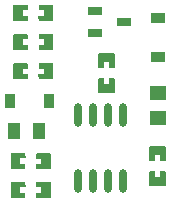
<source format=gtp>
G04 Layer: TopPasteMaskLayer*
G04 EasyEDA v6.5.46, 2024-12-21 23:49:30*
G04 a48d52c4405643ed9221939320048749,90bc6745850c4897ba40f9b8fad946ce,10*
G04 Gerber Generator version 0.2*
G04 Scale: 100 percent, Rotated: No, Reflected: No *
G04 Dimensions in millimeters *
G04 leading zeros omitted , absolute positions ,4 integer and 5 decimal *
%FSLAX45Y45*%
%MOMM*%

%ADD10R,1.3995X1.3005*%
%ADD11R,1.0000X1.3995*%
%ADD12R,0.9300X1.2000*%
%ADD13O,0.6500114X2.032*%
%ADD14R,1.2500X0.7000*%
%ADD15R,1.2000X0.9300*%

%LPD*%
G36*
X2179421Y6383426D02*
G01*
X2174443Y6378448D01*
X2174443Y6250432D01*
X2179421Y6245453D01*
X2294432Y6245453D01*
X2299411Y6250432D01*
X2298954Y6292443D01*
X2254910Y6292443D01*
X2254910Y6337452D01*
X2299919Y6337452D01*
X2299411Y6378448D01*
X2294432Y6383426D01*
G37*
G36*
X2395423Y6383426D02*
G01*
X2390444Y6378448D01*
X2390902Y6336436D01*
X2434945Y6336436D01*
X2434945Y6291427D01*
X2389936Y6291427D01*
X2390444Y6250432D01*
X2395423Y6245453D01*
X2510434Y6245453D01*
X2515412Y6250432D01*
X2515412Y6378448D01*
X2510434Y6383426D01*
G37*
G36*
X2415235Y7638186D02*
G01*
X2410256Y7633208D01*
X2410764Y7591196D01*
X2454757Y7591196D01*
X2454757Y7546187D01*
X2409748Y7546187D01*
X2410256Y7505192D01*
X2415235Y7500213D01*
X2530246Y7500213D01*
X2535275Y7505192D01*
X2535275Y7633208D01*
X2530246Y7638186D01*
G37*
G36*
X2200249Y7638186D02*
G01*
X2195271Y7633208D01*
X2195271Y7505192D01*
X2200249Y7500213D01*
X2315260Y7500213D01*
X2320239Y7505192D01*
X2319731Y7546187D01*
X2275738Y7546187D01*
X2275738Y7591196D01*
X2320239Y7591196D01*
X2320239Y7633208D01*
X2315260Y7638186D01*
G37*
G36*
X2920492Y7231227D02*
G01*
X2915513Y7226198D01*
X2915513Y7111187D01*
X2920492Y7106208D01*
X2962503Y7106716D01*
X2962503Y7150709D01*
X3007512Y7150709D01*
X3007512Y7105700D01*
X3048508Y7106208D01*
X3053486Y7111187D01*
X3053486Y7226198D01*
X3048508Y7231227D01*
G37*
G36*
X2920492Y7016191D02*
G01*
X2915513Y7011212D01*
X2915513Y6896201D01*
X2920492Y6891223D01*
X3048508Y6891223D01*
X3053486Y6896201D01*
X3053486Y7011212D01*
X3048508Y7016191D01*
X3007512Y7015683D01*
X3007512Y6971690D01*
X2962503Y6971690D01*
X2962503Y7016191D01*
G37*
G36*
X2179574Y6139586D02*
G01*
X2174544Y6134608D01*
X2174544Y6006592D01*
X2179574Y6001613D01*
X2294534Y6001613D01*
X2299563Y6006592D01*
X2299055Y6048603D01*
X2255062Y6048603D01*
X2255062Y6093612D01*
X2300071Y6093612D01*
X2299563Y6134608D01*
X2294534Y6139586D01*
G37*
G36*
X2395524Y6139586D02*
G01*
X2390546Y6134608D01*
X2391054Y6092596D01*
X2435047Y6092596D01*
X2435047Y6047587D01*
X2390038Y6047587D01*
X2390546Y6006592D01*
X2395524Y6001613D01*
X2510536Y6001613D01*
X2515565Y6006592D01*
X2515565Y6134608D01*
X2510536Y6139586D01*
G37*
G36*
X2200300Y7391704D02*
G01*
X2195271Y7386675D01*
X2195271Y7258710D01*
X2200300Y7253681D01*
X2315311Y7253681D01*
X2320290Y7258710D01*
X2319782Y7300722D01*
X2275789Y7300722D01*
X2275789Y7345680D01*
X2320798Y7345680D01*
X2320290Y7386675D01*
X2315311Y7391704D01*
G37*
G36*
X2415286Y7391704D02*
G01*
X2410307Y7386675D01*
X2410764Y7345680D01*
X2454808Y7345680D01*
X2454808Y7300722D01*
X2410307Y7300722D01*
X2410307Y7258710D01*
X2415286Y7253681D01*
X2530297Y7253681D01*
X2535275Y7258710D01*
X2535275Y7386675D01*
X2530297Y7391704D01*
G37*
G36*
X2415286Y7145223D02*
G01*
X2410307Y7140194D01*
X2410764Y7098182D01*
X2454808Y7098182D01*
X2454808Y7053224D01*
X2409799Y7053224D01*
X2410307Y7012228D01*
X2415286Y7007199D01*
X2530297Y7007199D01*
X2535275Y7012228D01*
X2535275Y7140194D01*
X2530297Y7145223D01*
G37*
G36*
X2200300Y7145223D02*
G01*
X2195271Y7140194D01*
X2195271Y7012228D01*
X2200300Y7007199D01*
X2315311Y7007199D01*
X2320290Y7012228D01*
X2319782Y7053224D01*
X2275789Y7053224D01*
X2275789Y7098182D01*
X2320290Y7098182D01*
X2320290Y7140194D01*
X2315311Y7145223D01*
G37*
G36*
X3393287Y6229299D02*
G01*
X3352292Y6228791D01*
X3347313Y6223762D01*
X3347313Y6108801D01*
X3352292Y6103772D01*
X3480308Y6103772D01*
X3485286Y6108801D01*
X3485286Y6223762D01*
X3480308Y6228791D01*
X3438296Y6228283D01*
X3438296Y6184290D01*
X3393287Y6184290D01*
G37*
G36*
X3352292Y6443776D02*
G01*
X3347313Y6438798D01*
X3347313Y6323787D01*
X3352292Y6318808D01*
X3393287Y6319266D01*
X3393287Y6363309D01*
X3438296Y6363309D01*
X3438296Y6318808D01*
X3480308Y6318808D01*
X3485286Y6323787D01*
X3485286Y6438798D01*
X3480308Y6443776D01*
G37*
D10*
G01*
X3424554Y6682231D03*
G01*
X3424554Y6892289D03*
D11*
G01*
X2206497Y6567804D03*
G01*
X2416556Y6567804D03*
D12*
G01*
X2494904Y6826183D03*
G01*
X2164908Y6826183D03*
D13*
G01*
X3124200Y6705803D03*
G01*
X2997200Y6705803D03*
G01*
X2870200Y6705803D03*
G01*
X2743200Y6705803D03*
G01*
X2743200Y6146596D03*
G01*
X2870200Y6146596D03*
G01*
X2997200Y6146596D03*
G01*
X3124200Y6146596D03*
D14*
G01*
X3134868Y7493000D03*
G01*
X2884931Y7398004D03*
G01*
X2884931Y7587995D03*
D15*
G01*
X3419789Y7530998D03*
G01*
X3419789Y7201001D03*
M02*

</source>
